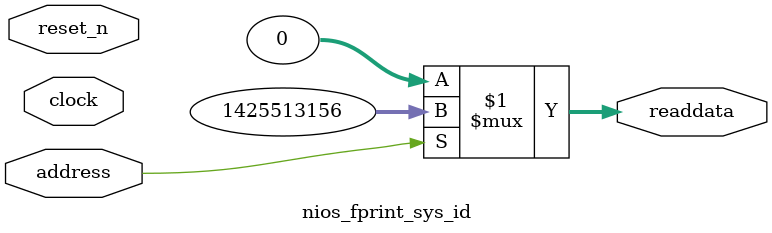
<source format=v>

`timescale 1ns / 1ps
// synthesis translate_on

// turn off superfluous verilog processor warnings 
// altera message_level Level1 
// altera message_off 10034 10035 10036 10037 10230 10240 10030 

module nios_fprint_sys_id (
               // inputs:
                address,
                clock,
                reset_n,

               // outputs:
                readdata
             )
;

  output  [ 31: 0] readdata;
  input            address;
  input            clock;
  input            reset_n;

  wire    [ 31: 0] readdata;
  //control_slave, which is an e_avalon_slave
  assign readdata = address ? 1425513156 : 0;

endmodule




</source>
